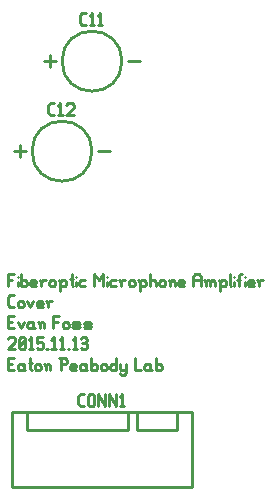
<source format=gbr>
G04 start of page 8 for group -4079 idx -4079 *
G04 Title: (unknown), topsilk *
G04 Creator: pcb 20140316 *
G04 CreationDate: Fri 13 Nov 2015 04:53:15 PM GMT UTC *
G04 For: fosse *
G04 Format: Gerber/RS-274X *
G04 PCB-Dimensions (mil): 1600.00 3000.00 *
G04 PCB-Coordinate-Origin: lower left *
%MOIN*%
%FSLAX25Y25*%
%LNTOPSILK*%
%ADD39C,0.0100*%
G54D39*X47000Y147500D02*X47500Y148000D01*
X49000D01*
X49500Y147500D01*
Y146500D01*
X47000Y144000D02*X49500Y146500D01*
X47000Y144000D02*X49500D01*
X50700Y144500D02*X51200Y144000D01*
X50700Y147500D02*Y144500D01*
Y147500D02*X51200Y148000D01*
X52200D01*
X52700Y147500D01*
Y144500D01*
X52200Y144000D02*X52700Y144500D01*
X51200Y144000D02*X52200D01*
X50700Y145000D02*X52700Y147000D01*
X53900Y147200D02*X54700Y148000D01*
Y144000D01*
X53900D02*X55400D01*
X56600Y148000D02*X58600D01*
X56600D02*Y146000D01*
X57100Y146500D01*
X58100D01*
X58600Y146000D01*
Y144500D01*
X58100Y144000D02*X58600Y144500D01*
X57100Y144000D02*X58100D01*
X56600Y144500D02*X57100Y144000D01*
X59800D02*X60300D01*
X61500Y147200D02*X62300Y148000D01*
Y144000D01*
X61500D02*X63000D01*
X64200Y147200D02*X65000Y148000D01*
Y144000D01*
X64200D02*X65700D01*
X66900D02*X67400D01*
X68600Y147200D02*X69400Y148000D01*
Y144000D01*
X68600D02*X70100D01*
X71300Y147500D02*X71800Y148000D01*
X72800D01*
X73300Y147500D01*
X72800Y144000D02*X73300Y144500D01*
X71800Y144000D02*X72800D01*
X71300Y144500D02*X71800Y144000D01*
Y146200D02*X72800D01*
X73300Y147500D02*Y146700D01*
Y145700D02*Y144500D01*
Y145700D02*X72800Y146200D01*
X73300Y146700D02*X72800Y146200D01*
X47000Y169000D02*Y165000D01*
Y169000D02*X49000D01*
X47000Y167200D02*X48500D01*
X50200Y168000D02*Y167900D01*
Y166500D02*Y165000D01*
X51200Y169000D02*Y165000D01*
Y165500D02*X51700Y165000D01*
X52700D01*
X53200Y165500D01*
Y166500D02*Y165500D01*
X52700Y167000D02*X53200Y166500D01*
X51700Y167000D02*X52700D01*
X51200Y166500D02*X51700Y167000D01*
X54900Y165000D02*X56400D01*
X54400Y165500D02*X54900Y165000D01*
X54400Y166500D02*Y165500D01*
Y166500D02*X54900Y167000D01*
X55900D01*
X56400Y166500D01*
X54400Y166000D02*X56400D01*
Y166500D02*Y166000D01*
X58100Y166500D02*Y165000D01*
Y166500D02*X58600Y167000D01*
X59600D01*
X57600D02*X58100Y166500D01*
X60800D02*Y165500D01*
Y166500D02*X61300Y167000D01*
X62300D01*
X62800Y166500D01*
Y165500D01*
X62300Y165000D02*X62800Y165500D01*
X61300Y165000D02*X62300D01*
X60800Y165500D02*X61300Y165000D01*
X64500Y166500D02*Y163500D01*
X64000Y167000D02*X64500Y166500D01*
X65000Y167000D01*
X66000D01*
X66500Y166500D01*
Y165500D01*
X66000Y165000D02*X66500Y165500D01*
X65000Y165000D02*X66000D01*
X64500Y165500D02*X65000Y165000D01*
X68200Y169000D02*Y165500D01*
X68700Y165000D01*
X67700Y167500D02*X68700D01*
X69700Y168000D02*Y167900D01*
Y166500D02*Y165000D01*
X71200Y167000D02*X72700D01*
X70700Y166500D02*X71200Y167000D01*
X70700Y166500D02*Y165500D01*
X71200Y165000D01*
X72700D01*
X75700Y169000D02*Y165000D01*
Y169000D02*X77200Y167000D01*
X78700Y169000D01*
Y165000D01*
X79900Y168000D02*Y167900D01*
Y166500D02*Y165000D01*
X81400Y167000D02*X82900D01*
X80900Y166500D02*X81400Y167000D01*
X80900Y166500D02*Y165500D01*
X81400Y165000D01*
X82900D01*
X84600Y166500D02*Y165000D01*
Y166500D02*X85100Y167000D01*
X86100D01*
X84100D02*X84600Y166500D01*
X87300D02*Y165500D01*
Y166500D02*X87800Y167000D01*
X88800D01*
X89300Y166500D01*
Y165500D01*
X88800Y165000D02*X89300Y165500D01*
X87800Y165000D02*X88800D01*
X87300Y165500D02*X87800Y165000D01*
X91000Y166500D02*Y163500D01*
X90500Y167000D02*X91000Y166500D01*
X91500Y167000D01*
X92500D01*
X93000Y166500D01*
Y165500D01*
X92500Y165000D02*X93000Y165500D01*
X91500Y165000D02*X92500D01*
X91000Y165500D02*X91500Y165000D01*
X94200Y169000D02*Y165000D01*
Y166500D02*X94700Y167000D01*
X95700D01*
X96200Y166500D01*
Y165000D01*
X97400Y166500D02*Y165500D01*
Y166500D02*X97900Y167000D01*
X98900D01*
X99400Y166500D01*
Y165500D01*
X98900Y165000D02*X99400Y165500D01*
X97900Y165000D02*X98900D01*
X97400Y165500D02*X97900Y165000D01*
X101100Y166500D02*Y165000D01*
Y166500D02*X101600Y167000D01*
X102100D01*
X102600Y166500D01*
Y165000D01*
X100600Y167000D02*X101100Y166500D01*
X104300Y165000D02*X105800D01*
X103800Y165500D02*X104300Y165000D01*
X103800Y166500D02*Y165500D01*
Y166500D02*X104300Y167000D01*
X105300D01*
X105800Y166500D01*
X103800Y166000D02*X105800D01*
Y166500D02*Y166000D01*
X108800Y168000D02*Y165000D01*
Y168000D02*X109500Y169000D01*
X110600D01*
X111300Y168000D01*
Y165000D01*
X108800Y167000D02*X111300D01*
X113000Y166500D02*Y165000D01*
Y166500D02*X113500Y167000D01*
X114000D01*
X114500Y166500D01*
Y165000D01*
Y166500D02*X115000Y167000D01*
X115500D01*
X116000Y166500D01*
Y165000D01*
X112500Y167000D02*X113000Y166500D01*
X117700D02*Y163500D01*
X117200Y167000D02*X117700Y166500D01*
X118200Y167000D01*
X119200D01*
X119700Y166500D01*
Y165500D01*
X119200Y165000D02*X119700Y165500D01*
X118200Y165000D02*X119200D01*
X117700Y165500D02*X118200Y165000D01*
X120900Y169000D02*Y165500D01*
X121400Y165000D01*
X122400Y168000D02*Y167900D01*
Y166500D02*Y165000D01*
X123900Y168500D02*Y165000D01*
Y168500D02*X124400Y169000D01*
X124900D01*
X123400Y167000D02*X124400D01*
X125900Y168000D02*Y167900D01*
Y166500D02*Y165000D01*
X127400D02*X128900D01*
X126900Y165500D02*X127400Y165000D01*
X126900Y166500D02*Y165500D01*
Y166500D02*X127400Y167000D01*
X128400D01*
X128900Y166500D01*
X126900Y166000D02*X128900D01*
Y166500D02*Y166000D01*
X130600Y166500D02*Y165000D01*
Y166500D02*X131100Y167000D01*
X132100D01*
X130100D02*X130600Y166500D01*
X47700Y158000D02*X49000D01*
X47000Y158700D02*X47700Y158000D01*
X47000Y161300D02*Y158700D01*
Y161300D02*X47700Y162000D01*
X49000D01*
X50200Y159500D02*Y158500D01*
Y159500D02*X50700Y160000D01*
X51700D01*
X52200Y159500D01*
Y158500D01*
X51700Y158000D02*X52200Y158500D01*
X50700Y158000D02*X51700D01*
X50200Y158500D02*X50700Y158000D01*
X53400Y160000D02*X54400Y158000D01*
X55400Y160000D02*X54400Y158000D01*
X57100D02*X58600D01*
X56600Y158500D02*X57100Y158000D01*
X56600Y159500D02*Y158500D01*
Y159500D02*X57100Y160000D01*
X58100D01*
X58600Y159500D01*
X56600Y159000D02*X58600D01*
Y159500D02*Y159000D01*
X60300Y159500D02*Y158000D01*
Y159500D02*X60800Y160000D01*
X61800D01*
X59800D02*X60300Y159500D01*
X47000Y153200D02*X48500D01*
X47000Y151000D02*X49000D01*
X47000Y155000D02*Y151000D01*
Y155000D02*X49000D01*
X50200Y153000D02*X51200Y151000D01*
X52200Y153000D02*X51200Y151000D01*
X54900Y153000D02*X55400Y152500D01*
X53900Y153000D02*X54900D01*
X53400Y152500D02*X53900Y153000D01*
X53400Y152500D02*Y151500D01*
X53900Y151000D01*
X55400Y153000D02*Y151500D01*
X55900Y151000D01*
X53900D02*X54900D01*
X55400Y151500D01*
X57600Y152500D02*Y151000D01*
Y152500D02*X58100Y153000D01*
X58600D01*
X59100Y152500D01*
Y151000D01*
X57100Y153000D02*X57600Y152500D01*
X62100Y155000D02*Y151000D01*
Y155000D02*X64100D01*
X62100Y153200D02*X63600D01*
X65300Y152500D02*Y151500D01*
Y152500D02*X65800Y153000D01*
X66800D01*
X67300Y152500D01*
Y151500D01*
X66800Y151000D02*X67300Y151500D01*
X65800Y151000D02*X66800D01*
X65300Y151500D02*X65800Y151000D01*
X69000D02*X70500D01*
X71000Y151500D01*
X70500Y152000D02*X71000Y151500D01*
X69000Y152000D02*X70500D01*
X68500Y152500D02*X69000Y152000D01*
X68500Y152500D02*X69000Y153000D01*
X70500D01*
X71000Y152500D01*
X68500Y151500D02*X69000Y151000D01*
X72700D02*X74200D01*
X74700Y151500D01*
X74200Y152000D02*X74700Y151500D01*
X72700Y152000D02*X74200D01*
X72200Y152500D02*X72700Y152000D01*
X72200Y152500D02*X72700Y153000D01*
X74200D01*
X74700Y152500D01*
X72200Y151500D02*X72700Y151000D01*
X47000Y139200D02*X48500D01*
X47000Y137000D02*X49000D01*
X47000Y141000D02*Y137000D01*
Y141000D02*X49000D01*
X51700Y139000D02*X52200Y138500D01*
X50700Y139000D02*X51700D01*
X50200Y138500D02*X50700Y139000D01*
X50200Y138500D02*Y137500D01*
X50700Y137000D01*
X52200Y139000D02*Y137500D01*
X52700Y137000D01*
X50700D02*X51700D01*
X52200Y137500D01*
X54400Y141000D02*Y137500D01*
X54900Y137000D01*
X53900Y139500D02*X54900D01*
X55900Y138500D02*Y137500D01*
Y138500D02*X56400Y139000D01*
X57400D01*
X57900Y138500D01*
Y137500D01*
X57400Y137000D02*X57900Y137500D01*
X56400Y137000D02*X57400D01*
X55900Y137500D02*X56400Y137000D01*
X59600Y138500D02*Y137000D01*
Y138500D02*X60100Y139000D01*
X60600D01*
X61100Y138500D01*
Y137000D01*
X59100Y139000D02*X59600Y138500D01*
X64600Y141000D02*Y137000D01*
X64100Y141000D02*X66100D01*
X66600Y140500D01*
Y139500D01*
X66100Y139000D02*X66600Y139500D01*
X64600Y139000D02*X66100D01*
X68300Y137000D02*X69800D01*
X67800Y137500D02*X68300Y137000D01*
X67800Y138500D02*Y137500D01*
Y138500D02*X68300Y139000D01*
X69300D01*
X69800Y138500D01*
X67800Y138000D02*X69800D01*
Y138500D02*Y138000D01*
X72500Y139000D02*X73000Y138500D01*
X71500Y139000D02*X72500D01*
X71000Y138500D02*X71500Y139000D01*
X71000Y138500D02*Y137500D01*
X71500Y137000D01*
X73000Y139000D02*Y137500D01*
X73500Y137000D01*
X71500D02*X72500D01*
X73000Y137500D01*
X74700Y141000D02*Y137000D01*
Y137500D02*X75200Y137000D01*
X76200D01*
X76700Y137500D01*
Y138500D02*Y137500D01*
X76200Y139000D02*X76700Y138500D01*
X75200Y139000D02*X76200D01*
X74700Y138500D02*X75200Y139000D01*
X77900Y138500D02*Y137500D01*
Y138500D02*X78400Y139000D01*
X79400D01*
X79900Y138500D01*
Y137500D01*
X79400Y137000D02*X79900Y137500D01*
X78400Y137000D02*X79400D01*
X77900Y137500D02*X78400Y137000D01*
X83100Y141000D02*Y137000D01*
X82600D02*X83100Y137500D01*
X81600Y137000D02*X82600D01*
X81100Y137500D02*X81600Y137000D01*
X81100Y138500D02*Y137500D01*
Y138500D02*X81600Y139000D01*
X82600D01*
X83100Y138500D01*
X84300Y139000D02*Y137500D01*
X84800Y137000D01*
X86300Y139000D02*Y136000D01*
X85800Y135500D02*X86300Y136000D01*
X84800Y135500D02*X85800D01*
X84300Y136000D02*X84800Y135500D01*
Y137000D02*X85800D01*
X86300Y137500D01*
X89300Y141000D02*Y137000D01*
X91300D01*
X94000Y139000D02*X94500Y138500D01*
X93000Y139000D02*X94000D01*
X92500Y138500D02*X93000Y139000D01*
X92500Y138500D02*Y137500D01*
X93000Y137000D01*
X94500Y139000D02*Y137500D01*
X95000Y137000D01*
X93000D02*X94000D01*
X94500Y137500D01*
X96200Y141000D02*Y137000D01*
Y137500D02*X96700Y137000D01*
X97700D01*
X98200Y137500D01*
Y138500D02*Y137500D01*
X97700Y139000D02*X98200Y138500D01*
X96700Y139000D02*X97700D01*
X96200Y138500D02*X96700Y139000D01*
X59000Y240000D02*X63000D01*
X61000Y242000D02*Y238000D01*
X87000Y240000D02*X91000D01*
X65000D02*G75*G03X65000Y240000I10000J0D01*G01*
X49000Y210000D02*X53000D01*
X51000Y212000D02*Y208000D01*
X77000Y210000D02*X81000D01*
X55000D02*G75*G03X55000Y210000I10000J0D01*G01*
X48500Y98200D02*X108500D01*
X48500Y123200D02*X108500D01*
X53500Y117200D02*Y123200D01*
Y117200D02*X87000D01*
X103500D02*Y123200D01*
X48500D02*Y98200D01*
X108500Y123200D02*Y98200D01*
X87000Y117200D02*Y123200D01*
X90000Y117200D02*Y123200D01*
Y117200D02*X103500D01*
X71700Y252000D02*X73000D01*
X71000Y252700D02*X71700Y252000D01*
X71000Y255300D02*Y252700D01*
Y255300D02*X71700Y256000D01*
X73000D01*
X74200Y255200D02*X75000Y256000D01*
Y252000D01*
X74200D02*X75700D01*
X76900Y255200D02*X77700Y256000D01*
Y252000D01*
X76900D02*X78400D01*
X61200Y222000D02*X62500D01*
X60500Y222700D02*X61200Y222000D01*
X60500Y225300D02*Y222700D01*
Y225300D02*X61200Y226000D01*
X62500D01*
X63700Y225200D02*X64500Y226000D01*
Y222000D01*
X63700D02*X65200D01*
X66400Y225500D02*X66900Y226000D01*
X68400D01*
X68900Y225500D01*
Y224500D01*
X66400Y222000D02*X68900Y224500D01*
X66400Y222000D02*X68900D01*
X71200Y125000D02*X72500D01*
X70500Y125700D02*X71200Y125000D01*
X70500Y128300D02*Y125700D01*
Y128300D02*X71200Y129000D01*
X72500D01*
X73700Y128500D02*Y125500D01*
Y128500D02*X74200Y129000D01*
X75200D01*
X75700Y128500D01*
Y125500D01*
X75200Y125000D02*X75700Y125500D01*
X74200Y125000D02*X75200D01*
X73700Y125500D02*X74200Y125000D01*
X76900Y129000D02*Y125000D01*
Y129000D02*X79400Y125000D01*
Y129000D02*Y125000D01*
X80600Y129000D02*Y125000D01*
Y129000D02*X83100Y125000D01*
Y129000D02*Y125000D01*
X84300Y128200D02*X85100Y129000D01*
Y125000D01*
X84300D02*X85800D01*
M02*

</source>
